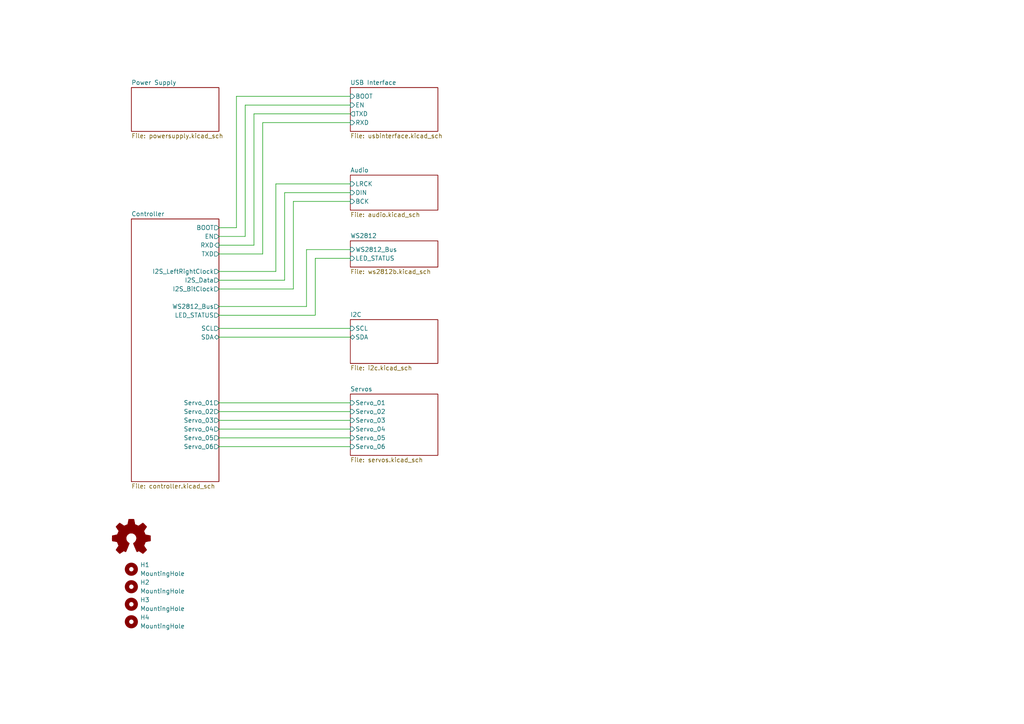
<source format=kicad_sch>
(kicad_sch (version 20250114) (generator "eeschema") (generator_version "9.0")
  (paper "A4")
  (lib_symbols
    (symbol "Graphic:Logo_Open_Hardware_Small" (in_bom no) (on_board no)
      (symbol "Logo_Open_Hardware_Small_0_1"
        (polyline (pts (xy 3.3528 -4.3434) (xy 3.302 -4.318) (xy 3.175 -4.2418) (xy 2.9972 -4.1148) (xy 2.7686 -3.9624) (xy 2.54 -3.81) (xy 2.3622 -3.7084) (xy 2.2352 -3.6068) (xy 2.1844 -3.5814) (xy 2.159 -3.6068) (xy 2.0574 -3.6576) (xy 1.905 -3.7338) (xy 1.8034 -3.7846) (xy 1.6764 -3.8354) (xy 1.6002 -3.8354) (xy 1.6002 -3.8354) (xy 1.5494 -3.7338) (xy 1.4732 -3.5306) (xy 1.3462 -3.302) (xy 1.2446 -3.0226) (xy 1.1176 -2.7178) (xy 0.9652 -2.413) (xy 0.8636 -2.1082) (xy 0.7366 -1.8288) (xy 0.6604 -1.6256) (xy 0.6096 -1.4732) (xy 0.5842 -1.397) (xy 0.5842 -1.397) (xy 0.6604 -1.3208) (xy 0.7874 -1.2446) (xy 1.0414 -1.016) (xy 1.2954 -0.6858) (xy 1.4478 -0.3302) (xy 1.524 0.0762) (xy 1.4732 0.4572) (xy 1.3208 0.8128) (xy 1.0668 1.143) (xy 0.762 1.3716) (xy 0.4064 1.524) (xy 0 1.5748) (xy -0.381 1.5494) (xy -0.7366 1.397) (xy -1.0668 1.143) (xy -1.2192 0.9906) (xy -1.397 0.6604) (xy -1.524 0.3048) (xy -1.524 0.2286) (xy -1.4986 -0.1778) (xy -1.397 -0.5334) (xy -1.1938 -0.8636) (xy -0.9144 -1.143) (xy -0.8636 -1.1684) (xy -0.7366 -1.27) (xy -0.635 -1.3462) (xy -0.5842 -1.397) (xy -1.0668 -2.5908) (xy -1.143 -2.794) (xy -1.2954 -3.1242) (xy -1.397 -3.4036) (xy -1.4986 -3.6322) (xy -1.5748 -3.7846) (xy -1.6002 -3.8354) (xy -1.6002 -3.8354) (xy -1.651 -3.8354) (xy -1.7272 -3.81) (xy -1.905 -3.7338) (xy -2.0066 -3.683) (xy -2.1336 -3.6068) (xy -2.2098 -3.5814) (xy -2.2606 -3.6068) (xy -2.3622 -3.683) (xy -2.54 -3.81) (xy -2.7686 -3.9624) (xy -2.9718 -4.0894) (xy -3.1496 -4.2164) (xy -3.302 -4.318) (xy -3.3528 -4.3434) (xy -3.3782 -4.3434) (xy -3.429 -4.318) (xy -3.5306 -4.2164) (xy -3.7084 -4.064) (xy -3.937 -3.8354) (xy -3.9624 -3.81) (xy -4.1656 -3.6068) (xy -4.318 -3.4544) (xy -4.4196 -3.3274) (xy -4.445 -3.2766) (xy -4.445 -3.2766) (xy -4.4196 -3.2258) (xy -4.318 -3.0734) (xy -4.2164 -2.8956) (xy -4.064 -2.667) (xy -3.6576 -2.0828) (xy -3.8862 -1.5494) (xy -3.937 -1.3716) (xy -4.0386 -1.1684) (xy -4.0894 -1.0414) (xy -4.1148 -0.9652) (xy -4.191 -0.9398) (xy -4.318 -0.9144) (xy -4.5466 -0.8636) (xy -4.8006 -0.8128) (xy -5.0546 -0.7874) (xy -5.2578 -0.7366) (xy -5.4356 -0.7112) (xy -5.5118 -0.6858) (xy -5.5118 -0.6858) (xy -5.5372 -0.635) (xy -5.5372 -0.5588) (xy -5.5372 -0.4318) (xy -5.5626 -0.2286) (xy -5.5626 0.0762) (xy -5.5626 0.127) (xy -5.5372 0.4064) (xy -5.5372 0.635) (xy -5.5372 0.762) (xy -5.5372 0.8382) (xy -5.5372 0.8382) (xy -5.461 0.8382) (xy -5.3086 0.889) (xy -5.08 0.9144) (xy -4.826 0.9652) (xy -4.8006 0.9906) (xy -4.5466 1.0414) (xy -4.318 1.0668) (xy -4.1656 1.1176) (xy -4.0894 1.143) (xy -4.0894 1.143) (xy -4.0386 1.2446) (xy -3.9624 1.4224) (xy -3.8608 1.6256) (xy -3.7846 1.8288) (xy -3.7084 2.0066) (xy -3.6576 2.159) (xy -3.6322 2.2098) (xy -3.6322 2.2098) (xy -3.683 2.286) (xy -3.7592 2.413) (xy -3.8862 2.5908) (xy -4.064 2.8194) (xy -4.064 2.8448) (xy -4.2164 3.0734) (xy -4.3434 3.2512) (xy -4.4196 3.3782) (xy -4.445 3.4544) (xy -4.445 3.4544) (xy -4.3942 3.5052) (xy -4.2926 3.6322) (xy -4.1148 3.81) (xy -3.937 4.0132) (xy -3.8608 4.064) (xy -3.6576 4.2926) (xy -3.5052 4.4196) (xy -3.4036 4.4958) (xy -3.3528 4.5212) (xy -3.3528 4.5212) (xy -3.302 4.4704) (xy -3.1496 4.3688) (xy -2.9718 4.2418) (xy -2.7432 4.0894) (xy -2.7178 4.0894) (xy -2.4892 3.937) (xy -2.3114 3.81) (xy -2.1844 3.7084) (xy -2.1336 3.683) (xy -2.1082 3.683) (xy -2.032 3.7084) (xy -1.8542 3.7592) (xy -1.6764 3.8354) (xy -1.4732 3.937) (xy -1.27 4.0132) (xy -1.143 4.064) (xy -1.0668 4.1148) (xy -1.0668 4.1148) (xy -1.0414 4.191) (xy -1.016 4.3434) (xy -0.9652 4.572) (xy -0.9144 4.8514) (xy -0.889 4.9022) (xy -0.8382 5.1562) (xy -0.8128 5.3848) (xy -0.7874 5.5372) (xy -0.762 5.588) (xy -0.7112 5.6134) (xy -0.5842 5.6134) (xy -0.4064 5.6134) (xy -0.1524 5.6134) (xy 0.0762 5.6134) (xy 0.3302 5.6134) (xy 0.5334 5.6134) (xy 0.6858 5.588) (xy 0.7366 5.588) (xy 0.7366 5.588) (xy 0.762 5.5118) (xy 0.8128 5.334) (xy 0.8382 5.1054) (xy 0.9144 4.826) (xy 0.9144 4.7752) (xy 0.9652 4.5212) (xy 1.016 4.2926) (xy 1.0414 4.1402) (xy 1.0668 4.0894) (xy 1.0668 4.0894) (xy 1.1938 4.0386) (xy 1.3716 3.9624) (xy 1.5748 3.8608) (xy 2.0828 3.6576) (xy 2.7178 4.0894) (xy 2.7686 4.1402) (xy 2.9972 4.2926) (xy 3.175 4.4196) (xy 3.302 4.4958) (xy 3.3782 4.5212) (xy 3.3782 4.5212) (xy 3.429 4.4704) (xy 3.556 4.3434) (xy 3.7338 4.191) (xy 3.9116 3.9878) (xy 4.064 3.8354) (xy 4.2418 3.6576) (xy 4.3434 3.556) (xy 4.4196 3.4798) (xy 4.4196 3.429) (xy 4.4196 3.4036) (xy 4.3942 3.3274) (xy 4.2926 3.2004) (xy 4.1656 2.9972) (xy 4.0132 2.794) (xy 3.8862 2.5908) (xy 3.7592 2.3876) (xy 3.6576 2.2352) (xy 3.6322 2.159) (xy 3.6322 2.1336) (xy 3.683 2.0066) (xy 3.7592 1.8288) (xy 3.8608 1.6002) (xy 4.064 1.1176) (xy 4.3942 1.0414) (xy 4.5974 1.016) (xy 4.8768 0.9652) (xy 5.1308 0.9144) (xy 5.5372 0.8382) (xy 5.5626 -0.6604) (xy 5.4864 -0.6858) (xy 5.4356 -0.6858) (xy 5.2832 -0.7366) (xy 5.0546 -0.762) (xy 4.8006 -0.8128) (xy 4.5974 -0.8636) (xy 4.3688 -0.9144) (xy 4.2164 -0.9398) (xy 4.1402 -0.9398) (xy 4.1148 -0.9652) (xy 4.064 -1.0668) (xy 3.9878 -1.2446) (xy 3.9116 -1.4478) (xy 3.81 -1.651) (xy 3.7338 -1.8542) (xy 3.683 -2.0066) (xy 3.6576 -2.0828) (xy 3.683 -2.1336) (xy 3.7846 -2.2606) (xy 3.8862 -2.4638) (xy 4.0386 -2.667) (xy 4.191 -2.8956) (xy 4.318 -3.0734) (xy 4.3942 -3.2004) (xy 4.445 -3.2766) (xy 4.4196 -3.3274) (xy 4.3434 -3.429) (xy 4.1656 -3.5814) (xy 3.937 -3.8354) (xy 3.8862 -3.8608) (xy 3.683 -4.064) (xy 3.5306 -4.2164) (xy 3.4036 -4.318) (xy 3.3528 -4.3434)) (fill (type outline)))
      )
    )
    (symbol "Mechanical:MountingHole" (pin_names (offset 1.016)) (in_bom no)
      (property "Reference" "H" (at 0 5.08 0))
      (property "Value" "MountingHole" (at 0 3.175 0))
      (symbol "MountingHole_0_1"
        (circle (center 0 0) (radius 1.27) (stroke (width 1.27)))
      )
    )
  )
  (wire (pts (xy 63.5 124.46) (xy 101.6 124.46)))
  (wire (pts (xy 63.5 81.28) (xy 82.55 81.28)))
  (wire (pts (xy 63.5 127) (xy 101.6 127)))
  (wire (pts (xy 76.2 35.56) (xy 76.2 73.66)))
  (wire (pts (xy 63.5 95.25) (xy 101.6 95.25)))
  (wire (pts (xy 80.01 78.74) (xy 80.01 53.34)))
  (wire (pts (xy 76.2 73.66) (xy 63.5 73.66)))
  (wire (pts (xy 71.12 68.58) (xy 71.12 30.48)))
  (wire (pts (xy 63.5 116.84) (xy 101.6 116.84)))
  (wire (pts (xy 82.55 55.88) (xy 101.6 55.88)))
  (wire (pts (xy 85.09 83.82) (xy 85.09 58.42)))
  (wire (pts (xy 63.5 119.38) (xy 101.6 119.38)))
  (wire (pts (xy 82.55 81.28) (xy 82.55 55.88)))
  (wire (pts (xy 88.9 88.9) (xy 63.5 88.9)))
  (wire (pts (xy 101.6 35.56) (xy 76.2 35.56)))
  (wire (pts (xy 73.66 33.02) (xy 101.6 33.02)))
  (wire (pts (xy 63.5 71.12) (xy 73.66 71.12)))
  (wire (pts (xy 63.5 129.54) (xy 101.6 129.54)))
  (wire (pts (xy 63.5 78.74) (xy 80.01 78.74)))
  (wire (pts (xy 88.9 72.39) (xy 101.6 72.39)))
  (wire (pts (xy 63.5 91.44) (xy 91.44 91.44)))
  (wire (pts (xy 63.5 66.04) (xy 68.58 66.04)))
  (wire (pts (xy 68.58 27.94) (xy 101.6 27.94)))
  (wire (pts (xy 63.5 83.82) (xy 85.09 83.82)))
  (wire (pts (xy 73.66 71.12) (xy 73.66 33.02)))
  (wire (pts (xy 91.44 74.93) (xy 101.6 74.93)))
  (wire (pts (xy 85.09 58.42) (xy 101.6 58.42)))
  (wire (pts (xy 63.5 121.92) (xy 101.6 121.92)))
  (wire (pts (xy 71.12 30.48) (xy 101.6 30.48)))
  (wire (pts (xy 88.9 72.39) (xy 88.9 88.9)))
  (wire (pts (xy 68.58 66.04) (xy 68.58 27.94)))
  (wire (pts (xy 91.44 91.44) (xy 91.44 74.93)))
  (wire (pts (xy 63.5 97.79) (xy 101.6 97.79)))
  (wire (pts (xy 80.01 53.34) (xy 101.6 53.34)))
  (wire (pts (xy 63.5 68.58) (xy 71.12 68.58)))
  (symbol (lib_id "Mechanical:MountingHole") (at 38.1 180.34 0) (unit 1) (in_bom no)
    (property "Reference" "H4" (at 40.64 179.0699 0) (effects (justify left)))
    (property "Value" "MountingHole" (at 40.64 181.6099 0) (effects (justify left)))
    (property "Footprint" "MountingHole:MountingHole_3.2mm_M3" (effects (hide yes)))
    (property "Description" "Mounting Hole without connection" (effects (hide yes)))
  )
  (symbol (lib_id "Graphic:Logo_Open_Hardware_Small") (at 38.1 156.21 0) (unit 1) (in_bom no)
    (property "Reference" "H5" (effects (hide yes)))
    (property "Value" "Logo_Open_Hardware_Small" (effects (hide yes)))
    (property "Footprint" "Symbol:OSHW-Logo_5.7x6mm_SilkScreen" (effects (hide yes)))
    (property "Description" "Open Hardware logo, small" (effects (hide yes)))
    (property "Sim.Enable" "0" (effects (hide yes)))
  )
  (symbol (lib_id "Mechanical:MountingHole") (at 38.1 175.26 0) (unit 1) (in_bom no)
    (property "Reference" "H3" (at 40.64 173.9899 0) (effects (justify left)))
    (property "Value" "MountingHole" (at 40.64 176.5299 0) (effects (justify left)))
    (property "Footprint" "MountingHole:MountingHole_3.2mm_M3" (effects (hide yes)))
    (property "Description" "Mounting Hole without connection" (effects (hide yes)))
  )
  (symbol (lib_id "Mechanical:MountingHole") (at 38.1 165.1 0) (unit 1) (in_bom no)
    (property "Reference" "H1" (at 40.64 163.8299 0) (effects (justify left)))
    (property "Value" "MountingHole" (at 40.64 166.3699 0) (effects (justify left)))
    (property "Footprint" "MountingHole:MountingHole_3.2mm_M3" (effects (hide yes)))
    (property "Description" "Mounting Hole without connection" (effects (hide yes)))
  )
  (symbol (lib_id "Mechanical:MountingHole") (at 38.1 170.18 0) (unit 1) (in_bom no)
    (property "Reference" "H2" (at 40.64 168.9099 0) (effects (justify left)))
    (property "Value" "MountingHole" (at 40.64 171.4499 0) (effects (justify left)))
    (property "Footprint" "MountingHole:MountingHole_3.2mm_M3" (effects (hide yes)))
    (property "Description" "Mounting Hole without connection" (effects (hide yes)))
  )
  (sheet (at 101.6 69.85) (size 25.4 7.62) (stroke (width 0.1524))
    (property "Sheetname" "WS2812" (at 101.6 69.1384 0) (effects (justify left bottom)))
    (property "Sheetfile" "ws2812b.kicad_sch" (at 101.6 78.0546 0) (effects (justify left top)))
    (pin "WS2812_Bus" input (at 101.6 72.39 180))
    (pin "LED_STATUS" input (at 101.6 74.93 180))
  )
  (sheet (at 101.6 50.8) (size 25.4 10.16) (stroke (width 0.1524))
    (property "Sheetname" "Audio" (at 101.6 50.0884 0) (effects (justify left bottom)))
    (property "Sheetfile" "audio.kicad_sch" (at 101.6 61.5446 0) (effects (justify left top)))
    (pin "BCK" input (at 101.6 58.42 180))
    (pin "DIN" input (at 101.6 55.88 180))
    (pin "LRCK" input (at 101.6 53.34 180))
  )
  (sheet (at 101.6 114.3) (size 25.4 17.78) (stroke (width 0.1524))
    (property "Sheetname" "Servos" (at 101.6 113.5884 0) (effects (justify left bottom)))
    (property "Sheetfile" "servos.kicad_sch" (at 101.6 132.6646 0) (effects (justify left top)))
    (pin "Servo_01" input (at 101.6 116.84 180))
    (pin "Servo_02" input (at 101.6 119.38 180))
    (pin "Servo_03" input (at 101.6 121.92 180))
    (pin "Servo_04" input (at 101.6 124.46 180))
    (pin "Servo_05" input (at 101.6 127 180))
    (pin "Servo_06" input (at 101.6 129.54 180))
  )
  (sheet (at 101.6 25.4) (size 25.4 12.7) (stroke (width 0.1524))
    (property "Sheetname" "USB Interface" (at 101.6 24.6884 0) (effects (justify left bottom)))
    (property "Sheetfile" "usbinterface.kicad_sch" (at 101.6 38.6846 0) (effects (justify left top)))
    (pin "BOOT" input (at 101.6 27.94 180))
    (pin "EN" input (at 101.6 30.48 180))
    (pin "RXD" input (at 101.6 35.56 180))
    (pin "TXD" output (at 101.6 33.02 180))
  )
  (sheet (at 101.6 92.71) (size 25.4 12.7) (stroke (width 0.1524))
    (property "Sheetname" "I2C" (at 101.6 91.9984 0) (effects (justify left bottom)))
    (property "Sheetfile" "i2c.kicad_sch" (at 101.6 105.9946 0) (effects (justify left top)))
    (pin "SCL" input (at 101.6 95.25 180))
    (pin "SDA" bidirectional (at 101.6 97.79 180))
  )
  (sheet (at 38.1 25.4) (size 25.4 12.7) (stroke (width 0.1524))
    (property "Sheetname" "Power Supply" (at 38.1 24.6884 0) (effects (justify left bottom)))
    (property "Sheetfile" "powersupply.kicad_sch" (at 38.1 38.6846 0) (effects (justify left top)))
  )
  (sheet (at 38.1 63.5) (size 25.4 76.2) (stroke (width 0.1524))
    (property "Sheetname" "Controller" (at 38.1 62.7884 0) (effects (justify left bottom)))
    (property "Sheetfile" "controller.kicad_sch" (at 38.1 140.2846 0) (effects (justify left top)))
    (pin "BOOT" output (at 63.5 66.04 0))
    (pin "EN" output (at 63.5 68.58 0))
    (pin "RXD" input (at 63.5 71.12 0))
    (pin "TXD" output (at 63.5 73.66 0))
    (pin "WS2812_Bus" output (at 63.5 88.9 0))
    (pin "SCL" output (at 63.5 95.25 0))
    (pin "SDA" bidirectional (at 63.5 97.79 0))
    (pin "LED_STATUS" output (at 63.5 91.44 0))
    (pin "I2S_BitClock" output (at 63.5 83.82 0))
    (pin "I2S_Data" output (at 63.5 81.28 0))
    (pin "I2S_LeftRightClock" output (at 63.5 78.74 0))
    (pin "Servo_01" output (at 63.5 116.84 0))
    (pin "Servo_02" output (at 63.5 119.38 0))
    (pin "Servo_03" output (at 63.5 121.92 0))
    (pin "Servo_04" output (at 63.5 124.46 0))
    (pin "Servo_05" output (at 63.5 127 0))
    (pin "Servo_06" output (at 63.5 129.54 0))
  )
)
</source>
